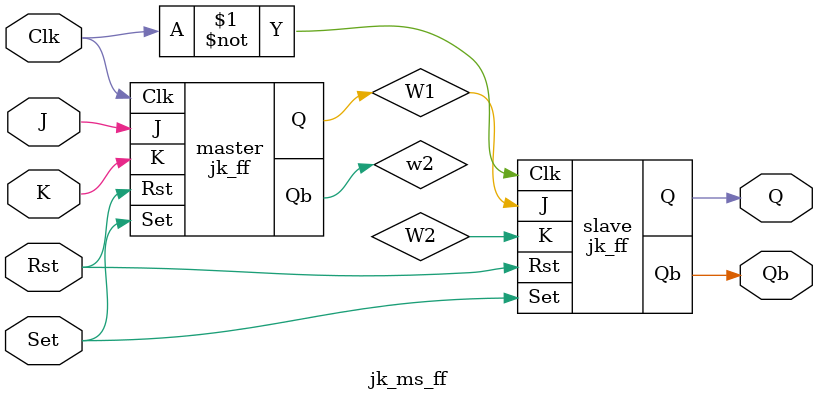
<source format=v>


module jk_ff (
    Q, Qb, J, K, Clk, Set, Rst
);
//port declartions
output Q,Qb;
input J, K, Clk, Set, Rst;
//wire declartions
wire w1,w2;

//from basic gates 3 input nand gates 
 nand n1(w1,J,Qb,Clk);
 nand n2(w2,K,Q,Clk);

 nand n3(Q,W1,Qb);
 nand n4(Qb,W2,Q);
    
endmodule

module jk_ms_ff (
   Q, Qb, J, K, Clk, Set, Rst
);
//port declartions
output Q,Qb;
input J, K, Clk, Set, Rst;
//wire declartions
wire w1,w2;
//instantiating lower block
jk_ff master(W1,w2,J,K,Clk,Set,Rst);
jk_ff slave(Q,Qb,W1,W2,~Clk,Set,Rst);
endmodule


</source>
